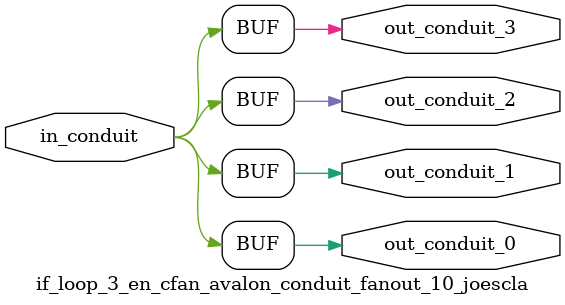
<source format=sv>


 


// --------------------------------------------------------------------------------
//| Avalon Conduit Fan-Out
// --------------------------------------------------------------------------------

// ------------------------------------------
// Generation parameters:
//   output_name:       if_loop_3_en_cfan_avalon_conduit_fanout_10_joescla
//   numFanOut:         4
//   
// ------------------------------------------

module if_loop_3_en_cfan_avalon_conduit_fanout_10_joescla (     

// Interface: out_conduit_0
 output                    out_conduit_0,
// Interface: out_conduit_1
 output                    out_conduit_1,
// Interface: out_conduit_2
 output                    out_conduit_2,
// Interface: out_conduit_3
 output                    out_conduit_3,

// Interface: in_conduit
 input                   in_conduit

);

   assign  out_conduit_0 = in_conduit;
   assign  out_conduit_1 = in_conduit;
   assign  out_conduit_2 = in_conduit;
   assign  out_conduit_3 = in_conduit;

endmodule //


</source>
